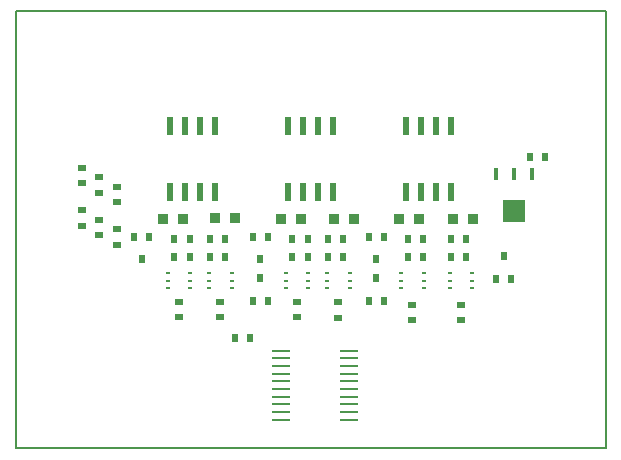
<source format=gbr>
%FSLAX23Y23*%
%MOIN*%
G04 EasyPC Gerber Version 15.0.4 Build 3016 *
%ADD107R,0.01683X0.04124*%
%ADD105R,0.01959X0.06290*%
%ADD104R,0.02156X0.02943*%
%ADD102R,0.03731X0.03337*%
%ADD108R,0.07274X0.07274*%
%ADD10C,0.00500*%
%ADD101R,0.01369X0.00975*%
%ADD106R,0.06487X0.00975*%
%ADD103R,0.02943X0.02156*%
X0Y0D02*
D02*
D10*
X1971Y655D02*
Y2111D01*
X3*
Y655*
X1971*
D02*
D101*
X510Y1188D03*
Y1214D03*
Y1239D03*
X585Y1188D03*
Y1214D03*
Y1239D03*
X648Y1188D03*
Y1214D03*
Y1239D03*
X723Y1188D03*
Y1214D03*
Y1239D03*
X904Y1188D03*
Y1214D03*
Y1239D03*
X979Y1188D03*
Y1214D03*
Y1239D03*
X1042Y1188D03*
Y1214D03*
Y1239D03*
X1117Y1188D03*
Y1214D03*
Y1239D03*
X1288Y1188D03*
Y1214D03*
Y1239D03*
X1363Y1188D03*
Y1214D03*
Y1239D03*
X1451Y1188D03*
Y1214D03*
Y1239D03*
X1526Y1188D03*
Y1214D03*
Y1239D03*
D02*
D102*
X495Y1420D03*
X562D03*
X668Y1422D03*
X735D03*
X888Y1420D03*
X955D03*
X1065D03*
X1132D03*
X1282D03*
X1349D03*
X1461Y1418D03*
X1528D03*
D02*
D103*
X223Y1397D03*
Y1448D03*
Y1539D03*
Y1590D03*
X282Y1365D03*
Y1416D03*
Y1507D03*
Y1558D03*
X341Y1334D03*
Y1385D03*
Y1476D03*
Y1527D03*
X547Y1091D03*
Y1142D03*
X686Y1091D03*
Y1142D03*
X942Y1091D03*
Y1142D03*
X1079Y1090D03*
Y1141D03*
X1325Y1082D03*
Y1133D03*
X1487Y1082D03*
Y1133D03*
D02*
D104*
X398Y1359D03*
X424Y1285D03*
X449Y1359D03*
X532Y1292D03*
Y1352D03*
X583Y1292D03*
Y1352D03*
X650Y1292D03*
Y1352D03*
X701Y1292D03*
Y1352D03*
X734Y1023D03*
X785D03*
X794Y1147D03*
Y1359D03*
X819Y1222D03*
Y1285D03*
X845Y1147D03*
Y1359D03*
X926Y1292D03*
Y1352D03*
X977Y1292D03*
Y1352D03*
X1044Y1292D03*
Y1352D03*
X1095Y1292D03*
Y1352D03*
X1180Y1147D03*
Y1359D03*
X1205Y1222D03*
Y1285D03*
X1231Y1147D03*
Y1359D03*
X1310Y1292D03*
Y1352D03*
X1361Y1292D03*
Y1352D03*
X1453Y1294D03*
Y1353D03*
X1504Y1294D03*
Y1353D03*
X1604Y1220D03*
X1630Y1295D03*
X1656Y1220D03*
X1717Y1626D03*
X1769D03*
D02*
D105*
X518Y1509D03*
Y1729D03*
X568Y1509D03*
Y1729D03*
X618Y1509D03*
Y1729D03*
X668Y1509D03*
Y1729D03*
X912Y1509D03*
Y1729D03*
X962Y1509D03*
Y1729D03*
X1012Y1509D03*
Y1729D03*
X1062Y1509D03*
Y1729D03*
X1306Y1509D03*
Y1729D03*
X1356Y1509D03*
Y1729D03*
X1406Y1509D03*
Y1729D03*
X1456Y1509D03*
Y1729D03*
D02*
D106*
X889Y750D03*
Y776D03*
Y801D03*
Y827D03*
Y853D03*
Y878D03*
Y904D03*
Y929D03*
Y955D03*
Y980D03*
X1114Y750D03*
Y776D03*
Y801D03*
Y827D03*
Y853D03*
Y878D03*
Y904D03*
Y929D03*
Y955D03*
Y980D03*
D02*
D107*
X1605Y1568D03*
X1664D03*
X1723D03*
D02*
D108*
X1664Y1446D03*
X0Y0D02*
M02*

</source>
